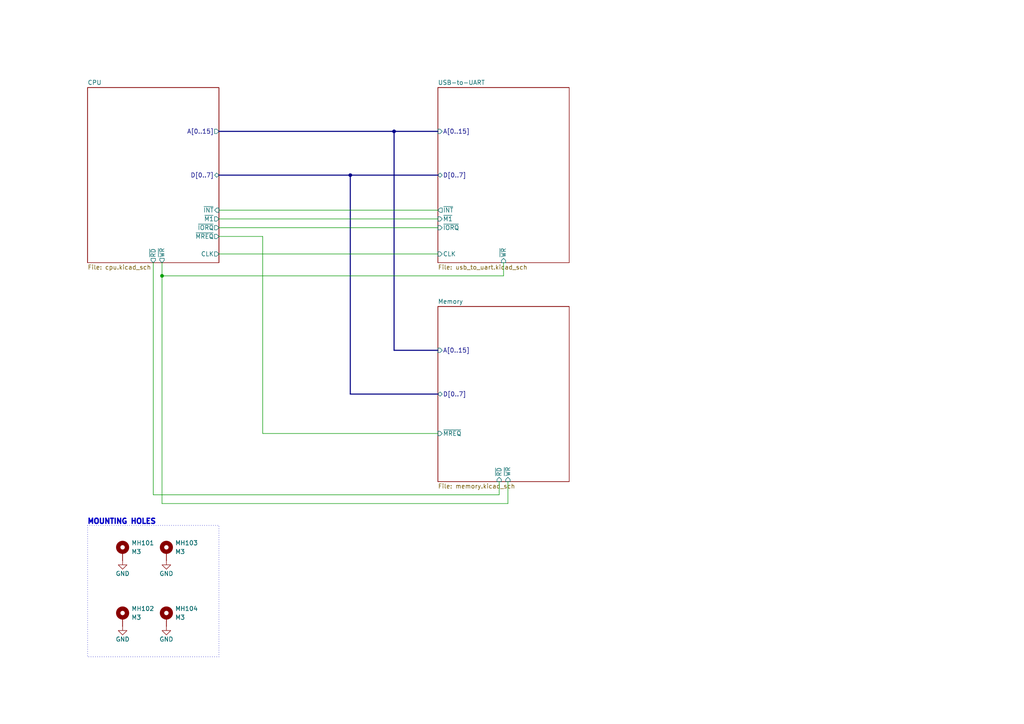
<source format=kicad_sch>
(kicad_sch (version 20250114) (generator "eeschema") (generator_version "9.0")
  (paper "A4")
  (title_block (title "zed-80") (date "2025-12-31") (rev "A") (company "Dragos Bajanica"))
  (lib_symbols
    (symbol "Mechanical:MountingHole_Pad" (pin_numbers (hide yes)) (pin_names (offset 1.016) (hide yes)) (in_bom no)
      (property "Reference" "H" (at 0 6.35 0))
      (property "Value" "MountingHole_Pad" (at 0 4.445 0))
      (symbol "MountingHole_Pad_0_1"
        (circle (center 0 1.27) (radius 1.27) (stroke (width 1.27)))
      )
      (symbol "MountingHole_Pad_1_1"
        (pin input line (at 0 -2.54 90) (length 2.54) (name "1") (number "1"))
      )
    )
    (symbol "power:GND" (power) (pin_numbers (hide yes)) (pin_names (offset 0) (hide yes))
      (property "Value" "GND" (at 0 -3.81 0))
      (symbol "GND_0_1"
        (polyline (pts (xy 0 0) (xy 0 -1.27) (xy 1.27 -1.27) (xy 0 -2.54) (xy -1.27 -1.27) (xy 0 -1.27)))
      )
      (symbol "GND_1_1"
        (pin power_in line (at 0 0 270) (length 0) (name "~") (number "1"))
      )
    )
  )
  (rectangle (start 25.4 152.4) (end 63.5 190.5) (stroke (width 0) (type dot)))
  (text "MOUNTING HOLES" (at 35.306 151.384 0) (effects (font (size 1.5 1.5) (thickness 0.375))))
  (junction (at 114.3 38.1))
  (junction (at 101.6 50.8))
  (junction (at 46.99 80.01))
  (bus (pts (xy 101.6 50.8) (xy 127 50.8)))
  (bus (pts (xy 127 101.6) (xy 114.3 101.6)))
  (wire (pts (xy 144.78 143.51) (xy 144.78 139.7)))
  (wire (pts (xy 44.45 143.51) (xy 144.78 143.51)))
  (wire (pts (xy 63.5 63.5) (xy 127 63.5)))
  (wire (pts (xy 146.05 80.01) (xy 46.99 80.01)))
  (wire (pts (xy 46.99 76.2) (xy 46.99 80.01)))
  (wire (pts (xy 46.99 146.05) (xy 147.32 146.05)))
  (wire (pts (xy 63.5 73.66) (xy 127 73.66)))
  (wire (pts (xy 63.5 60.96) (xy 127 60.96)))
  (bus (pts (xy 127 114.3) (xy 101.6 114.3)))
  (wire (pts (xy 76.2 68.58) (xy 63.5 68.58)))
  (bus (pts (xy 114.3 38.1) (xy 114.3 101.6)))
  (wire (pts (xy 127 125.73) (xy 76.2 125.73)))
  (wire (pts (xy 46.99 80.01) (xy 46.99 146.05)))
  (wire (pts (xy 63.5 66.04) (xy 127 66.04)))
  (wire (pts (xy 76.2 125.73) (xy 76.2 68.58)))
  (bus (pts (xy 63.5 38.1) (xy 114.3 38.1)))
  (bus (pts (xy 63.5 50.8) (xy 101.6 50.8)))
  (bus (pts (xy 101.6 50.8) (xy 101.6 114.3)))
  (wire (pts (xy 146.05 76.2) (xy 146.05 80.01)))
  (wire (pts (xy 44.45 76.2) (xy 44.45 143.51)))
  (bus (pts (xy 114.3 38.1) (xy 127 38.1)))
  (wire (pts (xy 147.32 146.05) (xy 147.32 139.7)))
  (symbol (lib_id "Mechanical:MountingHole_Pad") (at 35.56 160.02 0) (unit 1) (in_bom no)
    (property "Reference" "MH101" (at 38.1 157.4799 0) (effects (justify left)))
    (property "Value" "M3" (at 38.1 160.0199 0) (effects (justify left)))
    (property "Footprint" "MountingHole:MountingHole_3.2mm_M3_Pad_Via" (effects (hide yes)))
    (property "Description" "Mounting Hole with connection" (effects (hide yes)))
  )
  (symbol (lib_id "power:GND") (at 48.26 162.56 0) (unit 1)
    (property "Reference" "#PWR0101" (effects (hide yes)))
    (property "Value" "GND" (at 48.26 166.37 0))
    (property "Description" "Power symbol creates a global label with name \"GND\" , ground" (effects (hide yes)))
  )
  (symbol (lib_id "power:GND") (at 35.56 181.61 0) (unit 1)
    (property "Reference" "#PWR0103" (effects (hide yes)))
    (property "Value" "GND" (at 35.56 185.42 0))
    (property "Description" "Power symbol creates a global label with name \"GND\" , ground" (effects (hide yes)))
  )
  (symbol (lib_id "power:GND") (at 48.26 181.61 0) (unit 1)
    (property "Reference" "#PWR0104" (effects (hide yes)))
    (property "Value" "GND" (at 48.26 185.42 0))
    (property "Description" "Power symbol creates a global label with name \"GND\" , ground" (effects (hide yes)))
  )
  (symbol (lib_id "power:GND") (at 35.56 162.56 0) (unit 1)
    (property "Reference" "#PWR0102" (effects (hide yes)))
    (property "Value" "GND" (at 35.56 166.37 0))
    (property "Description" "Power symbol creates a global label with name \"GND\" , ground" (effects (hide yes)))
  )
  (symbol (lib_id "Mechanical:MountingHole_Pad") (at 35.56 179.07 0) (unit 1) (in_bom no)
    (property "Reference" "MH102" (at 38.1 176.5299 0) (effects (justify left)))
    (property "Value" "M3" (at 38.1 179.0699 0) (effects (justify left)))
    (property "Footprint" "MountingHole:MountingHole_3.2mm_M3_Pad_Via" (effects (hide yes)))
    (property "Description" "Mounting Hole with connection" (effects (hide yes)))
  )
  (symbol (lib_id "Mechanical:MountingHole_Pad") (at 48.26 179.07 0) (unit 1) (in_bom no)
    (property "Reference" "MH104" (at 50.8 176.5299 0) (effects (justify left)))
    (property "Value" "M3" (at 50.8 179.0699 0) (effects (justify left)))
    (property "Footprint" "MountingHole:MountingHole_3.2mm_M3_Pad_Via" (effects (hide yes)))
    (property "Description" "Mounting Hole with connection" (effects (hide yes)))
  )
  (symbol (lib_id "Mechanical:MountingHole_Pad") (at 48.26 160.02 0) (unit 1) (in_bom no)
    (property "Reference" "MH103" (at 50.8 157.4799 0) (effects (justify left)))
    (property "Value" "M3" (at 50.8 160.0199 0) (effects (justify left)))
    (property "Footprint" "MountingHole:MountingHole_3.2mm_M3_Pad_Via" (effects (hide yes)))
    (property "Description" "Mounting Hole with connection" (effects (hide yes)))
  )
  (sheet (at 127 25.4) (size 38.1 50.8) (stroke (width 0.1524))
    (property "Sheetname" "USB-to-UART" (at 127 24.6884 0) (effects (justify left bottom)))
    (property "Sheetfile" "usb_to_uart.kicad_sch" (at 127 76.7846 0) (effects (justify left top)))
    (pin "~{WR}" input (at 146.05 76.2 270))
    (pin "CLK" input (at 127 73.66 180))
    (pin "D[0..7]" bidirectional (at 127 50.8 180))
    (pin "~{IORQ}" input (at 127 66.04 180))
    (pin "~{INT}" output (at 127 60.96 180))
    (pin "A[0..15]" input (at 127 38.1 180))
    (pin "~{M1}" input (at 127 63.5 180))
  )
  (sheet (at 127 88.9) (size 38.1 50.8) (stroke (width 0.1524))
    (property "Sheetname" "Memory" (at 127 88.1884 0) (effects (justify left bottom)))
    (property "Sheetfile" "memory.kicad_sch" (at 127 140.2846 0) (effects (justify left top)))
    (pin "D[0..7]" bidirectional (at 127 114.3 180))
    (pin "~{RD}" input (at 144.78 139.7 270))
    (pin "~{WR}" input (at 147.32 139.7 270))
    (pin "~{MREQ}" input (at 127 125.73 180))
    (pin "A[0..15]" input (at 127 101.6 180))
  )
  (sheet (at 25.4 25.4) (size 38.1 50.8) (stroke (width 0.1524))
    (property "Sheetname" "CPU" (at 25.4 24.6884 0) (effects (justify left bottom)))
    (property "Sheetfile" "cpu.kicad_sch" (at 25.4 76.7846 0) (effects (justify left top)))
    (pin "D[0..7]" bidirectional (at 63.5 50.8 0))
    (pin "~{WR}" output (at 46.99 76.2 270))
    (pin "A[0..15]" output (at 63.5 38.1 0))
    (pin "CLK" output (at 63.5 73.66 0))
    (pin "~{MREQ}" output (at 63.5 68.58 0))
    (pin "~{RD}" output (at 44.45 76.2 270))
    (pin "~{INT}" input (at 63.5 60.96 0))
    (pin "~{M1}" output (at 63.5 63.5 0))
    (pin "~{IORQ}" output (at 63.5 66.04 0))
  )
)
</source>
